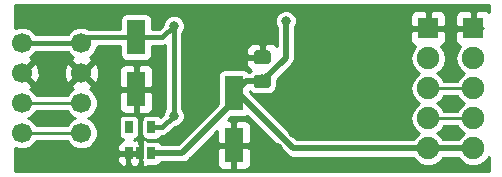
<source format=gbr>
G04 #@! TF.GenerationSoftware,KiCad,Pcbnew,5.0.0-fee4fd1~66~ubuntu18.04.1*
G04 #@! TF.CreationDate,2018-10-20T19:30:02+02:00*
G04 #@! TF.ProjectId,bmp280-sensor-board,626D703238302D73656E736F722D626F,rev?*
G04 #@! TF.SameCoordinates,Original*
G04 #@! TF.FileFunction,Copper,L2,Bot,Signal*
G04 #@! TF.FilePolarity,Positive*
%FSLAX46Y46*%
G04 Gerber Fmt 4.6, Leading zero omitted, Abs format (unit mm)*
G04 Created by KiCad (PCBNEW 5.0.0-fee4fd1~66~ubuntu18.04.1) date Sat Oct 20 19:30:02 2018*
%MOMM*%
%LPD*%
G01*
G04 APERTURE LIST*
G04 #@! TA.AperFunction,SMDPad,CuDef*
%ADD10R,1.600000X3.000000*%
G04 #@! TD*
G04 #@! TA.AperFunction,SMDPad,CuDef*
%ADD11R,0.650000X1.060000*%
G04 #@! TD*
G04 #@! TA.AperFunction,Conductor*
%ADD12C,0.100000*%
G04 #@! TD*
G04 #@! TA.AperFunction,SMDPad,CuDef*
%ADD13C,1.150000*%
G04 #@! TD*
G04 #@! TA.AperFunction,ComponentPad*
%ADD14C,1.700000*%
G04 #@! TD*
G04 #@! TA.AperFunction,ComponentPad*
%ADD15R,1.800000X1.800000*%
G04 #@! TD*
G04 #@! TA.AperFunction,ComponentPad*
%ADD16O,1.900000X1.900000*%
G04 #@! TD*
G04 #@! TA.AperFunction,ViaPad*
%ADD17C,0.800000*%
G04 #@! TD*
G04 #@! TA.AperFunction,Conductor*
%ADD18C,0.500000*%
G04 #@! TD*
G04 #@! TA.AperFunction,Conductor*
%ADD19C,0.250000*%
G04 #@! TD*
G04 #@! TA.AperFunction,Conductor*
%ADD20C,0.400000*%
G04 #@! TD*
G04 #@! TA.AperFunction,Conductor*
%ADD21C,0.254000*%
G04 #@! TD*
G04 APERTURE END LIST*
D10*
G04 #@! TO.P,C1,1*
G04 #@! TO.N,+5V*
X113665000Y-49530000D03*
G04 #@! TO.P,C1,2*
G04 #@! TO.N,GND*
X113665000Y-53930000D03*
G04 #@! TD*
G04 #@! TO.P,C2,1*
G04 #@! TO.N,+3V3*
X105410000Y-44790000D03*
G04 #@! TO.P,C2,2*
G04 #@! TO.N,GND*
X105410000Y-49190000D03*
G04 #@! TD*
D11*
G04 #@! TO.P,U1,1*
G04 #@! TO.N,+5V*
X106680000Y-54610000D03*
G04 #@! TO.P,U1,2*
G04 #@! TO.N,GND*
X105730000Y-54610000D03*
G04 #@! TO.P,U1,3*
X104780000Y-54610000D03*
G04 #@! TO.P,U1,4*
G04 #@! TO.N,Net-(U1-Pad4)*
X104780000Y-52410000D03*
G04 #@! TO.P,U1,5*
G04 #@! TO.N,+3V3*
X106680000Y-52410000D03*
G04 #@! TD*
D12*
G04 #@! TO.N,+5V*
G04 #@! TO.C,C3*
G36*
X116552505Y-47949204D02*
X116576773Y-47952804D01*
X116600572Y-47958765D01*
X116623671Y-47967030D01*
X116645850Y-47977520D01*
X116666893Y-47990132D01*
X116686599Y-48004747D01*
X116704777Y-48021223D01*
X116721253Y-48039401D01*
X116735868Y-48059107D01*
X116748480Y-48080150D01*
X116758970Y-48102329D01*
X116767235Y-48125428D01*
X116773196Y-48149227D01*
X116776796Y-48173495D01*
X116778000Y-48197999D01*
X116778000Y-48848001D01*
X116776796Y-48872505D01*
X116773196Y-48896773D01*
X116767235Y-48920572D01*
X116758970Y-48943671D01*
X116748480Y-48965850D01*
X116735868Y-48986893D01*
X116721253Y-49006599D01*
X116704777Y-49024777D01*
X116686599Y-49041253D01*
X116666893Y-49055868D01*
X116645850Y-49068480D01*
X116623671Y-49078970D01*
X116600572Y-49087235D01*
X116576773Y-49093196D01*
X116552505Y-49096796D01*
X116528001Y-49098000D01*
X115627999Y-49098000D01*
X115603495Y-49096796D01*
X115579227Y-49093196D01*
X115555428Y-49087235D01*
X115532329Y-49078970D01*
X115510150Y-49068480D01*
X115489107Y-49055868D01*
X115469401Y-49041253D01*
X115451223Y-49024777D01*
X115434747Y-49006599D01*
X115420132Y-48986893D01*
X115407520Y-48965850D01*
X115397030Y-48943671D01*
X115388765Y-48920572D01*
X115382804Y-48896773D01*
X115379204Y-48872505D01*
X115378000Y-48848001D01*
X115378000Y-48197999D01*
X115379204Y-48173495D01*
X115382804Y-48149227D01*
X115388765Y-48125428D01*
X115397030Y-48102329D01*
X115407520Y-48080150D01*
X115420132Y-48059107D01*
X115434747Y-48039401D01*
X115451223Y-48021223D01*
X115469401Y-48004747D01*
X115489107Y-47990132D01*
X115510150Y-47977520D01*
X115532329Y-47967030D01*
X115555428Y-47958765D01*
X115579227Y-47952804D01*
X115603495Y-47949204D01*
X115627999Y-47948000D01*
X116528001Y-47948000D01*
X116552505Y-47949204D01*
X116552505Y-47949204D01*
G37*
D13*
G04 #@! TD*
G04 #@! TO.P,C3,1*
G04 #@! TO.N,+5V*
X116078000Y-48523000D03*
D12*
G04 #@! TO.N,GND*
G04 #@! TO.C,C3*
G36*
X116552505Y-45899204D02*
X116576773Y-45902804D01*
X116600572Y-45908765D01*
X116623671Y-45917030D01*
X116645850Y-45927520D01*
X116666893Y-45940132D01*
X116686599Y-45954747D01*
X116704777Y-45971223D01*
X116721253Y-45989401D01*
X116735868Y-46009107D01*
X116748480Y-46030150D01*
X116758970Y-46052329D01*
X116767235Y-46075428D01*
X116773196Y-46099227D01*
X116776796Y-46123495D01*
X116778000Y-46147999D01*
X116778000Y-46798001D01*
X116776796Y-46822505D01*
X116773196Y-46846773D01*
X116767235Y-46870572D01*
X116758970Y-46893671D01*
X116748480Y-46915850D01*
X116735868Y-46936893D01*
X116721253Y-46956599D01*
X116704777Y-46974777D01*
X116686599Y-46991253D01*
X116666893Y-47005868D01*
X116645850Y-47018480D01*
X116623671Y-47028970D01*
X116600572Y-47037235D01*
X116576773Y-47043196D01*
X116552505Y-47046796D01*
X116528001Y-47048000D01*
X115627999Y-47048000D01*
X115603495Y-47046796D01*
X115579227Y-47043196D01*
X115555428Y-47037235D01*
X115532329Y-47028970D01*
X115510150Y-47018480D01*
X115489107Y-47005868D01*
X115469401Y-46991253D01*
X115451223Y-46974777D01*
X115434747Y-46956599D01*
X115420132Y-46936893D01*
X115407520Y-46915850D01*
X115397030Y-46893671D01*
X115388765Y-46870572D01*
X115382804Y-46846773D01*
X115379204Y-46822505D01*
X115378000Y-46798001D01*
X115378000Y-46147999D01*
X115379204Y-46123495D01*
X115382804Y-46099227D01*
X115388765Y-46075428D01*
X115397030Y-46052329D01*
X115407520Y-46030150D01*
X115420132Y-46009107D01*
X115434747Y-45989401D01*
X115451223Y-45971223D01*
X115469401Y-45954747D01*
X115489107Y-45940132D01*
X115510150Y-45927520D01*
X115532329Y-45917030D01*
X115555428Y-45908765D01*
X115579227Y-45902804D01*
X115603495Y-45899204D01*
X115627999Y-45898000D01*
X116528001Y-45898000D01*
X116552505Y-45899204D01*
X116552505Y-45899204D01*
G37*
D13*
G04 #@! TD*
G04 #@! TO.P,C3,2*
G04 #@! TO.N,GND*
X116078000Y-46473000D03*
D14*
G04 #@! TO.P,U2,4*
G04 #@! TO.N,/SDA*
X95737000Y-52915500D03*
G04 #@! TO.P,U2,3*
G04 #@! TO.N,/SCL*
X95737000Y-50375500D03*
G04 #@! TO.P,U2,2*
G04 #@! TO.N,GND*
X95737000Y-47835500D03*
G04 #@! TO.P,U2,1*
G04 #@! TO.N,+3V3*
X95737000Y-45295500D03*
G04 #@! TD*
G04 #@! TO.P,U4,1*
G04 #@! TO.N,+3V3*
X100774500Y-45275500D03*
G04 #@! TO.P,U4,2*
G04 #@! TO.N,GND*
X100774500Y-47815500D03*
G04 #@! TO.P,U4,3*
G04 #@! TO.N,/SCL*
X100774500Y-50355500D03*
G04 #@! TO.P,U4,4*
G04 #@! TO.N,/SDA*
X100774500Y-52895500D03*
G04 #@! TD*
D15*
G04 #@! TO.P,J1,1*
G04 #@! TO.N,GND*
X130130000Y-44040000D03*
D16*
G04 #@! TO.P,J1,2*
G04 #@! TO.N,Net-(J1-Pad2)*
X130130000Y-46580000D03*
G04 #@! TO.P,J1,3*
G04 #@! TO.N,/SCLBUF*
X130130000Y-49120000D03*
G04 #@! TO.P,J1,4*
G04 #@! TO.N,/SDABUF*
X130130000Y-51660000D03*
G04 #@! TO.P,J1,5*
G04 #@! TO.N,+5V*
X130130000Y-54200000D03*
G04 #@! TD*
G04 #@! TO.P,J2,5*
G04 #@! TO.N,+5V*
X133940000Y-54200000D03*
G04 #@! TO.P,J2,4*
G04 #@! TO.N,/SDABUF*
X133940000Y-51660000D03*
G04 #@! TO.P,J2,3*
G04 #@! TO.N,/SCLBUF*
X133940000Y-49120000D03*
G04 #@! TO.P,J2,2*
G04 #@! TO.N,Net-(J2-Pad2)*
X133940000Y-46580000D03*
D15*
G04 #@! TO.P,J2,1*
G04 #@! TO.N,GND*
X133940000Y-44040000D03*
G04 #@! TD*
D17*
G04 #@! TO.N,+5V*
X118065000Y-43405000D03*
G04 #@! TO.N,GND*
X98298000Y-51562000D03*
X117430000Y-54200000D03*
X118700000Y-52930000D03*
X132035000Y-47850000D03*
X132035000Y-50390000D03*
X132035000Y-52930000D03*
X118065000Y-51025000D03*
G04 #@! TO.N,+3V3*
X108585000Y-51435000D03*
X108585000Y-43815000D03*
G04 #@! TD*
D18*
G04 #@! TO.N,+5V*
X107505000Y-54610000D02*
X106680000Y-54610000D01*
X109285000Y-54610000D02*
X107505000Y-54610000D01*
X113665000Y-50230000D02*
X109285000Y-54610000D01*
X113665000Y-49530000D02*
X113665000Y-50230000D01*
X114672000Y-48523000D02*
X113665000Y-49530000D01*
X116078000Y-48523000D02*
X114672000Y-48523000D01*
X114030000Y-49530000D02*
X113665000Y-49530000D01*
X130130000Y-54200000D02*
X118700000Y-54200000D01*
X118700000Y-54200000D02*
X114030000Y-49530000D01*
X133940000Y-54200000D02*
X130130000Y-54200000D01*
X118065000Y-46536000D02*
X116078000Y-48523000D01*
X118065000Y-43405000D02*
X118065000Y-46536000D01*
D19*
G04 #@! TO.N,GND*
X114715000Y-53930000D02*
X114985000Y-54200000D01*
X113665000Y-53930000D02*
X114715000Y-53930000D01*
X114985000Y-54200000D02*
X117430000Y-54200000D01*
X132035000Y-46745998D02*
X132035000Y-47850000D01*
X133940000Y-44040000D02*
X134740998Y-44040000D01*
D20*
G04 #@! TO.N,+3V3*
X106680000Y-52410000D02*
X107610000Y-52410000D01*
X107610000Y-52410000D02*
X108585000Y-51435000D01*
X108585000Y-51435000D02*
X108585000Y-43815000D01*
X107610000Y-44790000D02*
X108585000Y-43815000D01*
X105410000Y-44790000D02*
X107610000Y-44790000D01*
X95757000Y-45275500D02*
X95737000Y-45295500D01*
X100774500Y-45275500D02*
X95757000Y-45275500D01*
X101260000Y-44790000D02*
X100774500Y-45275500D01*
X105410000Y-44790000D02*
X101260000Y-44790000D01*
D19*
G04 #@! TO.N,/SCL*
X95757000Y-50355500D02*
X95737000Y-50375500D01*
X100774500Y-50355500D02*
X95757000Y-50355500D01*
G04 #@! TO.N,/SDA*
X95757000Y-52895500D02*
X95737000Y-52915500D01*
X100774500Y-52895500D02*
X95757000Y-52895500D01*
G04 #@! TO.N,/SDABUF*
X133940000Y-51660000D02*
X130130000Y-51660000D01*
G04 #@! TO.N,/SCLBUF*
X133940000Y-49120000D02*
X130130000Y-49120000D01*
G04 #@! TD*
D21*
G04 #@! TO.N,GND*
G36*
X135243000Y-42644975D02*
X135199698Y-42601673D01*
X134966309Y-42505000D01*
X134225750Y-42505000D01*
X134067000Y-42663750D01*
X134067000Y-43913000D01*
X134087000Y-43913000D01*
X134087000Y-44167000D01*
X134067000Y-44167000D01*
X134067000Y-44187000D01*
X133813000Y-44187000D01*
X133813000Y-44167000D01*
X132563750Y-44167000D01*
X132405000Y-44325750D01*
X132405000Y-45066310D01*
X132501673Y-45299699D01*
X132680302Y-45478327D01*
X132852173Y-45549518D01*
X132548697Y-46003703D01*
X132434064Y-46580000D01*
X132548697Y-47156297D01*
X132875142Y-47644858D01*
X133182160Y-47850000D01*
X132875142Y-48055142D01*
X132599280Y-48468000D01*
X131470720Y-48468000D01*
X131194858Y-48055142D01*
X130887840Y-47850000D01*
X131194858Y-47644858D01*
X131521303Y-47156297D01*
X131635936Y-46580000D01*
X131521303Y-46003703D01*
X131217827Y-45549518D01*
X131389698Y-45478327D01*
X131568327Y-45299699D01*
X131665000Y-45066310D01*
X131665000Y-44325750D01*
X131506250Y-44167000D01*
X130257000Y-44167000D01*
X130257000Y-44187000D01*
X130003000Y-44187000D01*
X130003000Y-44167000D01*
X128753750Y-44167000D01*
X128595000Y-44325750D01*
X128595000Y-45066310D01*
X128691673Y-45299699D01*
X128870302Y-45478327D01*
X129042173Y-45549518D01*
X128738697Y-46003703D01*
X128624064Y-46580000D01*
X128738697Y-47156297D01*
X129065142Y-47644858D01*
X129372160Y-47850000D01*
X129065142Y-48055142D01*
X128738697Y-48543703D01*
X128624064Y-49120000D01*
X128738697Y-49696297D01*
X129065142Y-50184858D01*
X129372160Y-50390000D01*
X129065142Y-50595142D01*
X128738697Y-51083703D01*
X128624064Y-51660000D01*
X128738697Y-52236297D01*
X129065142Y-52724858D01*
X129372160Y-52930000D01*
X129065142Y-53135142D01*
X128872802Y-53423000D01*
X119021844Y-53423000D01*
X115002324Y-49403481D01*
X115002324Y-49301526D01*
X115071278Y-49404722D01*
X115326704Y-49575393D01*
X115627999Y-49635324D01*
X116528001Y-49635324D01*
X116829296Y-49575393D01*
X117084722Y-49404722D01*
X117255393Y-49149296D01*
X117315324Y-48848001D01*
X117315324Y-48384519D01*
X118560308Y-47139536D01*
X118625186Y-47096186D01*
X118796918Y-46839170D01*
X118842000Y-46612526D01*
X118857222Y-46536001D01*
X118842000Y-46459476D01*
X118842000Y-43938976D01*
X118850873Y-43930103D01*
X118992000Y-43589392D01*
X118992000Y-43220608D01*
X118906292Y-43013690D01*
X128595000Y-43013690D01*
X128595000Y-43754250D01*
X128753750Y-43913000D01*
X130003000Y-43913000D01*
X130003000Y-42663750D01*
X130257000Y-42663750D01*
X130257000Y-43913000D01*
X131506250Y-43913000D01*
X131665000Y-43754250D01*
X131665000Y-43013690D01*
X132405000Y-43013690D01*
X132405000Y-43754250D01*
X132563750Y-43913000D01*
X133813000Y-43913000D01*
X133813000Y-42663750D01*
X133654250Y-42505000D01*
X132913691Y-42505000D01*
X132680302Y-42601673D01*
X132501673Y-42780301D01*
X132405000Y-43013690D01*
X131665000Y-43013690D01*
X131568327Y-42780301D01*
X131389698Y-42601673D01*
X131156309Y-42505000D01*
X130415750Y-42505000D01*
X130257000Y-42663750D01*
X130003000Y-42663750D01*
X129844250Y-42505000D01*
X129103691Y-42505000D01*
X128870302Y-42601673D01*
X128691673Y-42780301D01*
X128595000Y-43013690D01*
X118906292Y-43013690D01*
X118850873Y-42879897D01*
X118590103Y-42619127D01*
X118249392Y-42478000D01*
X117880608Y-42478000D01*
X117539897Y-42619127D01*
X117279127Y-42879897D01*
X117138000Y-43220608D01*
X117138000Y-43589392D01*
X117279127Y-43930103D01*
X117288000Y-43938976D01*
X117288001Y-45509976D01*
X117137699Y-45359673D01*
X116904310Y-45263000D01*
X116363750Y-45263000D01*
X116205000Y-45421750D01*
X116205000Y-46346000D01*
X116225000Y-46346000D01*
X116225000Y-46600000D01*
X116205000Y-46600000D01*
X116205000Y-46620000D01*
X115951000Y-46620000D01*
X115951000Y-46600000D01*
X114901750Y-46600000D01*
X114743000Y-46758750D01*
X114743000Y-47174309D01*
X114839673Y-47407698D01*
X115018301Y-47586327D01*
X115101773Y-47620902D01*
X115071278Y-47641278D01*
X115001305Y-47746000D01*
X114909054Y-47746000D01*
X114844945Y-47650055D01*
X114670625Y-47533577D01*
X114465000Y-47492676D01*
X112865000Y-47492676D01*
X112659375Y-47533577D01*
X112485055Y-47650055D01*
X112368577Y-47824375D01*
X112327676Y-48030000D01*
X112327676Y-50468480D01*
X108963157Y-53833000D01*
X107473777Y-53833000D01*
X107384945Y-53700055D01*
X107210625Y-53583577D01*
X107005000Y-53542676D01*
X106415702Y-53542676D01*
X106414699Y-53541673D01*
X106181310Y-53445000D01*
X106015750Y-53445000D01*
X105857000Y-53603750D01*
X105857000Y-53882303D01*
X105817676Y-54080000D01*
X105817676Y-55140000D01*
X105857000Y-55337697D01*
X105857000Y-55616250D01*
X106015750Y-55775000D01*
X106181310Y-55775000D01*
X106414699Y-55678327D01*
X106415702Y-55677324D01*
X107005000Y-55677324D01*
X107210625Y-55636423D01*
X107384945Y-55519945D01*
X107473777Y-55387000D01*
X109208475Y-55387000D01*
X109285000Y-55402222D01*
X109361525Y-55387000D01*
X109361526Y-55387000D01*
X109588170Y-55341918D01*
X109845186Y-55170186D01*
X109888538Y-55105305D01*
X110778093Y-54215750D01*
X112230000Y-54215750D01*
X112230000Y-55556309D01*
X112326673Y-55789698D01*
X112505301Y-55968327D01*
X112738690Y-56065000D01*
X113379250Y-56065000D01*
X113538000Y-55906250D01*
X113538000Y-54057000D01*
X113792000Y-54057000D01*
X113792000Y-55906250D01*
X113950750Y-56065000D01*
X114591310Y-56065000D01*
X114824699Y-55968327D01*
X115003327Y-55789698D01*
X115100000Y-55556309D01*
X115100000Y-54215750D01*
X114941250Y-54057000D01*
X113792000Y-54057000D01*
X113538000Y-54057000D01*
X112388750Y-54057000D01*
X112230000Y-54215750D01*
X110778093Y-54215750D01*
X112230000Y-52763844D01*
X112230000Y-53644250D01*
X112388750Y-53803000D01*
X113538000Y-53803000D01*
X113538000Y-51953750D01*
X113792000Y-51953750D01*
X113792000Y-53803000D01*
X114941250Y-53803000D01*
X115100000Y-53644250D01*
X115100000Y-52303691D01*
X115003327Y-52070302D01*
X114824699Y-51891673D01*
X114591310Y-51795000D01*
X113950750Y-51795000D01*
X113792000Y-51953750D01*
X113538000Y-51953750D01*
X113379250Y-51795000D01*
X113198844Y-51795000D01*
X113426520Y-51567324D01*
X114465000Y-51567324D01*
X114670625Y-51526423D01*
X114824658Y-51423501D01*
X118096464Y-54695308D01*
X118139814Y-54760186D01*
X118396830Y-54931918D01*
X118623474Y-54977000D01*
X118699999Y-54992222D01*
X118776524Y-54977000D01*
X128872802Y-54977000D01*
X129065142Y-55264858D01*
X129553703Y-55591303D01*
X129984529Y-55677000D01*
X130275471Y-55677000D01*
X130706297Y-55591303D01*
X131194858Y-55264858D01*
X131387198Y-54977000D01*
X132682802Y-54977000D01*
X132875142Y-55264858D01*
X133363703Y-55591303D01*
X133794529Y-55677000D01*
X134085471Y-55677000D01*
X134516297Y-55591303D01*
X135004858Y-55264858D01*
X135243001Y-54908451D01*
X135243001Y-56138000D01*
X95172000Y-56138000D01*
X95172000Y-54895750D01*
X103820000Y-54895750D01*
X103820000Y-55266309D01*
X103916673Y-55499698D01*
X104095301Y-55678327D01*
X104328690Y-55775000D01*
X104494250Y-55775000D01*
X104653000Y-55616250D01*
X104653000Y-54895750D01*
X104770000Y-54895750D01*
X104770000Y-55266309D01*
X104866673Y-55499698D01*
X104907000Y-55540025D01*
X104907000Y-55616250D01*
X105065750Y-55775000D01*
X105231310Y-55775000D01*
X105255000Y-55765187D01*
X105278690Y-55775000D01*
X105444250Y-55775000D01*
X105603000Y-55616250D01*
X105603000Y-55540025D01*
X105643327Y-55499698D01*
X105740000Y-55266309D01*
X105740000Y-54895750D01*
X105603000Y-54758750D01*
X105603000Y-54737000D01*
X104907000Y-54737000D01*
X104907000Y-54758750D01*
X104770000Y-54895750D01*
X104653000Y-54895750D01*
X104653000Y-54737000D01*
X103978750Y-54737000D01*
X103820000Y-54895750D01*
X95172000Y-54895750D01*
X95172000Y-54171923D01*
X95463098Y-54292500D01*
X96010902Y-54292500D01*
X96517008Y-54082864D01*
X96904364Y-53695508D01*
X96965671Y-53547500D01*
X99554113Y-53547500D01*
X99607136Y-53675508D01*
X99994492Y-54062864D01*
X100500598Y-54272500D01*
X101048402Y-54272500D01*
X101554508Y-54062864D01*
X101663681Y-53953691D01*
X103820000Y-53953691D01*
X103820000Y-54324250D01*
X103978750Y-54483000D01*
X104653000Y-54483000D01*
X104653000Y-54463000D01*
X104907000Y-54463000D01*
X104907000Y-54483000D01*
X105603000Y-54483000D01*
X105603000Y-54461250D01*
X105740000Y-54324250D01*
X105740000Y-53953691D01*
X105643327Y-53720302D01*
X105603000Y-53679975D01*
X105603000Y-53603750D01*
X105444250Y-53445000D01*
X105278690Y-53445000D01*
X105255000Y-53454813D01*
X105243052Y-53449864D01*
X105310625Y-53436423D01*
X105484945Y-53319945D01*
X105601423Y-53145625D01*
X105642324Y-52940000D01*
X105642324Y-51880000D01*
X105601423Y-51674375D01*
X105484945Y-51500055D01*
X105310625Y-51383577D01*
X105105000Y-51342676D01*
X104455000Y-51342676D01*
X104249375Y-51383577D01*
X104075055Y-51500055D01*
X103958577Y-51674375D01*
X103917676Y-51880000D01*
X103917676Y-52940000D01*
X103958577Y-53145625D01*
X104075055Y-53319945D01*
X104249375Y-53436423D01*
X104316948Y-53449864D01*
X104095301Y-53541673D01*
X103916673Y-53720302D01*
X103820000Y-53953691D01*
X101663681Y-53953691D01*
X101941864Y-53675508D01*
X102151500Y-53169402D01*
X102151500Y-52621598D01*
X101941864Y-52115492D01*
X101554508Y-51728136D01*
X101306723Y-51625500D01*
X101554508Y-51522864D01*
X101941864Y-51135508D01*
X102151500Y-50629402D01*
X102151500Y-50081598D01*
X101941864Y-49575492D01*
X101842122Y-49475750D01*
X103975000Y-49475750D01*
X103975000Y-50816309D01*
X104071673Y-51049698D01*
X104250301Y-51228327D01*
X104483690Y-51325000D01*
X105124250Y-51325000D01*
X105283000Y-51166250D01*
X105283000Y-49317000D01*
X105537000Y-49317000D01*
X105537000Y-51166250D01*
X105695750Y-51325000D01*
X106336310Y-51325000D01*
X106569699Y-51228327D01*
X106748327Y-51049698D01*
X106845000Y-50816309D01*
X106845000Y-49475750D01*
X106686250Y-49317000D01*
X105537000Y-49317000D01*
X105283000Y-49317000D01*
X104133750Y-49317000D01*
X103975000Y-49475750D01*
X101842122Y-49475750D01*
X101554508Y-49188136D01*
X101463142Y-49150291D01*
X101558580Y-49110759D01*
X101638853Y-48859458D01*
X100774500Y-47995105D01*
X99910147Y-48859458D01*
X99990420Y-49110759D01*
X100092179Y-49147673D01*
X99994492Y-49188136D01*
X99607136Y-49575492D01*
X99554113Y-49703500D01*
X96949102Y-49703500D01*
X96904364Y-49595492D01*
X96517008Y-49208136D01*
X96425642Y-49170291D01*
X96521080Y-49130759D01*
X96601353Y-48879458D01*
X95737000Y-48015105D01*
X95722858Y-48029248D01*
X95543253Y-47849643D01*
X95557395Y-47835500D01*
X95916605Y-47835500D01*
X96780958Y-48699853D01*
X97032259Y-48619580D01*
X97233718Y-48064221D01*
X97212359Y-47586779D01*
X99277782Y-47586779D01*
X99304185Y-48176958D01*
X99479241Y-48599580D01*
X99730542Y-48679853D01*
X100594895Y-47815500D01*
X100954105Y-47815500D01*
X101818458Y-48679853D01*
X102069759Y-48599580D01*
X102271218Y-48044221D01*
X102249721Y-47563691D01*
X103975000Y-47563691D01*
X103975000Y-48904250D01*
X104133750Y-49063000D01*
X105283000Y-49063000D01*
X105283000Y-47213750D01*
X105537000Y-47213750D01*
X105537000Y-49063000D01*
X106686250Y-49063000D01*
X106845000Y-48904250D01*
X106845000Y-47563691D01*
X106748327Y-47330302D01*
X106569699Y-47151673D01*
X106336310Y-47055000D01*
X105695750Y-47055000D01*
X105537000Y-47213750D01*
X105283000Y-47213750D01*
X105124250Y-47055000D01*
X104483690Y-47055000D01*
X104250301Y-47151673D01*
X104071673Y-47330302D01*
X103975000Y-47563691D01*
X102249721Y-47563691D01*
X102244815Y-47454042D01*
X102069759Y-47031420D01*
X101818458Y-46951147D01*
X100954105Y-47815500D01*
X100594895Y-47815500D01*
X99730542Y-46951147D01*
X99479241Y-47031420D01*
X99277782Y-47586779D01*
X97212359Y-47586779D01*
X97207315Y-47474042D01*
X97032259Y-47051420D01*
X96780958Y-46971147D01*
X95916605Y-47835500D01*
X95557395Y-47835500D01*
X95543253Y-47821358D01*
X95722858Y-47641753D01*
X95737000Y-47655895D01*
X96601353Y-46791542D01*
X96521080Y-46540241D01*
X96419321Y-46503327D01*
X96517008Y-46462864D01*
X96904364Y-46075508D01*
X96934605Y-46002500D01*
X99585179Y-46002500D01*
X99607136Y-46055508D01*
X99994492Y-46442864D01*
X100085858Y-46480709D01*
X99990420Y-46520241D01*
X99910147Y-46771542D01*
X100774500Y-47635895D01*
X101638853Y-46771542D01*
X101558580Y-46520241D01*
X101456821Y-46483327D01*
X101554508Y-46442864D01*
X101941864Y-46055508D01*
X102151500Y-45549402D01*
X102151500Y-45517000D01*
X104072676Y-45517000D01*
X104072676Y-46290000D01*
X104113577Y-46495625D01*
X104230055Y-46669945D01*
X104404375Y-46786423D01*
X104610000Y-46827324D01*
X106210000Y-46827324D01*
X106415625Y-46786423D01*
X106589945Y-46669945D01*
X106706423Y-46495625D01*
X106747324Y-46290000D01*
X106747324Y-45517000D01*
X107538405Y-45517000D01*
X107610000Y-45531241D01*
X107681595Y-45517000D01*
X107681599Y-45517000D01*
X107858001Y-45481911D01*
X107858000Y-50851024D01*
X107799127Y-50909897D01*
X107658000Y-51250608D01*
X107658000Y-51333867D01*
X107427750Y-51564117D01*
X107384945Y-51500055D01*
X107210625Y-51383577D01*
X107005000Y-51342676D01*
X106355000Y-51342676D01*
X106149375Y-51383577D01*
X105975055Y-51500055D01*
X105858577Y-51674375D01*
X105817676Y-51880000D01*
X105817676Y-52940000D01*
X105858577Y-53145625D01*
X105975055Y-53319945D01*
X106149375Y-53436423D01*
X106355000Y-53477324D01*
X107005000Y-53477324D01*
X107210625Y-53436423D01*
X107384945Y-53319945D01*
X107501423Y-53145625D01*
X107503139Y-53137000D01*
X107538405Y-53137000D01*
X107610000Y-53151241D01*
X107681595Y-53137000D01*
X107681599Y-53137000D01*
X107893661Y-53094818D01*
X108134137Y-52934137D01*
X108174696Y-52873436D01*
X108686133Y-52362000D01*
X108769392Y-52362000D01*
X109110103Y-52220873D01*
X109370873Y-51960103D01*
X109512000Y-51619392D01*
X109512000Y-51250608D01*
X109370873Y-50909897D01*
X109312000Y-50851024D01*
X109312000Y-45771691D01*
X114743000Y-45771691D01*
X114743000Y-46187250D01*
X114901750Y-46346000D01*
X115951000Y-46346000D01*
X115951000Y-45421750D01*
X115792250Y-45263000D01*
X115251690Y-45263000D01*
X115018301Y-45359673D01*
X114839673Y-45538302D01*
X114743000Y-45771691D01*
X109312000Y-45771691D01*
X109312000Y-44398976D01*
X109370873Y-44340103D01*
X109512000Y-43999392D01*
X109512000Y-43630608D01*
X109370873Y-43289897D01*
X109110103Y-43029127D01*
X108769392Y-42888000D01*
X108400608Y-42888000D01*
X108059897Y-43029127D01*
X107799127Y-43289897D01*
X107658000Y-43630608D01*
X107658000Y-43713867D01*
X107308868Y-44063000D01*
X106747324Y-44063000D01*
X106747324Y-43290000D01*
X106706423Y-43084375D01*
X106589945Y-42910055D01*
X106415625Y-42793577D01*
X106210000Y-42752676D01*
X104610000Y-42752676D01*
X104404375Y-42793577D01*
X104230055Y-42910055D01*
X104113577Y-43084375D01*
X104072676Y-43290000D01*
X104072676Y-44063000D01*
X101445540Y-44063000D01*
X101048402Y-43898500D01*
X100500598Y-43898500D01*
X99994492Y-44108136D01*
X99607136Y-44495492D01*
X99585179Y-44548500D01*
X96918036Y-44548500D01*
X96904364Y-44515492D01*
X96517008Y-44128136D01*
X96010902Y-43918500D01*
X95463098Y-43918500D01*
X95172000Y-44039077D01*
X95172000Y-42102000D01*
X135243000Y-42102000D01*
X135243000Y-42644975D01*
X135243000Y-42644975D01*
G37*
X135243000Y-42644975D02*
X135199698Y-42601673D01*
X134966309Y-42505000D01*
X134225750Y-42505000D01*
X134067000Y-42663750D01*
X134067000Y-43913000D01*
X134087000Y-43913000D01*
X134087000Y-44167000D01*
X134067000Y-44167000D01*
X134067000Y-44187000D01*
X133813000Y-44187000D01*
X133813000Y-44167000D01*
X132563750Y-44167000D01*
X132405000Y-44325750D01*
X132405000Y-45066310D01*
X132501673Y-45299699D01*
X132680302Y-45478327D01*
X132852173Y-45549518D01*
X132548697Y-46003703D01*
X132434064Y-46580000D01*
X132548697Y-47156297D01*
X132875142Y-47644858D01*
X133182160Y-47850000D01*
X132875142Y-48055142D01*
X132599280Y-48468000D01*
X131470720Y-48468000D01*
X131194858Y-48055142D01*
X130887840Y-47850000D01*
X131194858Y-47644858D01*
X131521303Y-47156297D01*
X131635936Y-46580000D01*
X131521303Y-46003703D01*
X131217827Y-45549518D01*
X131389698Y-45478327D01*
X131568327Y-45299699D01*
X131665000Y-45066310D01*
X131665000Y-44325750D01*
X131506250Y-44167000D01*
X130257000Y-44167000D01*
X130257000Y-44187000D01*
X130003000Y-44187000D01*
X130003000Y-44167000D01*
X128753750Y-44167000D01*
X128595000Y-44325750D01*
X128595000Y-45066310D01*
X128691673Y-45299699D01*
X128870302Y-45478327D01*
X129042173Y-45549518D01*
X128738697Y-46003703D01*
X128624064Y-46580000D01*
X128738697Y-47156297D01*
X129065142Y-47644858D01*
X129372160Y-47850000D01*
X129065142Y-48055142D01*
X128738697Y-48543703D01*
X128624064Y-49120000D01*
X128738697Y-49696297D01*
X129065142Y-50184858D01*
X129372160Y-50390000D01*
X129065142Y-50595142D01*
X128738697Y-51083703D01*
X128624064Y-51660000D01*
X128738697Y-52236297D01*
X129065142Y-52724858D01*
X129372160Y-52930000D01*
X129065142Y-53135142D01*
X128872802Y-53423000D01*
X119021844Y-53423000D01*
X115002324Y-49403481D01*
X115002324Y-49301526D01*
X115071278Y-49404722D01*
X115326704Y-49575393D01*
X115627999Y-49635324D01*
X116528001Y-49635324D01*
X116829296Y-49575393D01*
X117084722Y-49404722D01*
X117255393Y-49149296D01*
X117315324Y-48848001D01*
X117315324Y-48384519D01*
X118560308Y-47139536D01*
X118625186Y-47096186D01*
X118796918Y-46839170D01*
X118842000Y-46612526D01*
X118857222Y-46536001D01*
X118842000Y-46459476D01*
X118842000Y-43938976D01*
X118850873Y-43930103D01*
X118992000Y-43589392D01*
X118992000Y-43220608D01*
X118906292Y-43013690D01*
X128595000Y-43013690D01*
X128595000Y-43754250D01*
X128753750Y-43913000D01*
X130003000Y-43913000D01*
X130003000Y-42663750D01*
X130257000Y-42663750D01*
X130257000Y-43913000D01*
X131506250Y-43913000D01*
X131665000Y-43754250D01*
X131665000Y-43013690D01*
X132405000Y-43013690D01*
X132405000Y-43754250D01*
X132563750Y-43913000D01*
X133813000Y-43913000D01*
X133813000Y-42663750D01*
X133654250Y-42505000D01*
X132913691Y-42505000D01*
X132680302Y-42601673D01*
X132501673Y-42780301D01*
X132405000Y-43013690D01*
X131665000Y-43013690D01*
X131568327Y-42780301D01*
X131389698Y-42601673D01*
X131156309Y-42505000D01*
X130415750Y-42505000D01*
X130257000Y-42663750D01*
X130003000Y-42663750D01*
X129844250Y-42505000D01*
X129103691Y-42505000D01*
X128870302Y-42601673D01*
X128691673Y-42780301D01*
X128595000Y-43013690D01*
X118906292Y-43013690D01*
X118850873Y-42879897D01*
X118590103Y-42619127D01*
X118249392Y-42478000D01*
X117880608Y-42478000D01*
X117539897Y-42619127D01*
X117279127Y-42879897D01*
X117138000Y-43220608D01*
X117138000Y-43589392D01*
X117279127Y-43930103D01*
X117288000Y-43938976D01*
X117288001Y-45509976D01*
X117137699Y-45359673D01*
X116904310Y-45263000D01*
X116363750Y-45263000D01*
X116205000Y-45421750D01*
X116205000Y-46346000D01*
X116225000Y-46346000D01*
X116225000Y-46600000D01*
X116205000Y-46600000D01*
X116205000Y-46620000D01*
X115951000Y-46620000D01*
X115951000Y-46600000D01*
X114901750Y-46600000D01*
X114743000Y-46758750D01*
X114743000Y-47174309D01*
X114839673Y-47407698D01*
X115018301Y-47586327D01*
X115101773Y-47620902D01*
X115071278Y-47641278D01*
X115001305Y-47746000D01*
X114909054Y-47746000D01*
X114844945Y-47650055D01*
X114670625Y-47533577D01*
X114465000Y-47492676D01*
X112865000Y-47492676D01*
X112659375Y-47533577D01*
X112485055Y-47650055D01*
X112368577Y-47824375D01*
X112327676Y-48030000D01*
X112327676Y-50468480D01*
X108963157Y-53833000D01*
X107473777Y-53833000D01*
X107384945Y-53700055D01*
X107210625Y-53583577D01*
X107005000Y-53542676D01*
X106415702Y-53542676D01*
X106414699Y-53541673D01*
X106181310Y-53445000D01*
X106015750Y-53445000D01*
X105857000Y-53603750D01*
X105857000Y-53882303D01*
X105817676Y-54080000D01*
X105817676Y-55140000D01*
X105857000Y-55337697D01*
X105857000Y-55616250D01*
X106015750Y-55775000D01*
X106181310Y-55775000D01*
X106414699Y-55678327D01*
X106415702Y-55677324D01*
X107005000Y-55677324D01*
X107210625Y-55636423D01*
X107384945Y-55519945D01*
X107473777Y-55387000D01*
X109208475Y-55387000D01*
X109285000Y-55402222D01*
X109361525Y-55387000D01*
X109361526Y-55387000D01*
X109588170Y-55341918D01*
X109845186Y-55170186D01*
X109888538Y-55105305D01*
X110778093Y-54215750D01*
X112230000Y-54215750D01*
X112230000Y-55556309D01*
X112326673Y-55789698D01*
X112505301Y-55968327D01*
X112738690Y-56065000D01*
X113379250Y-56065000D01*
X113538000Y-55906250D01*
X113538000Y-54057000D01*
X113792000Y-54057000D01*
X113792000Y-55906250D01*
X113950750Y-56065000D01*
X114591310Y-56065000D01*
X114824699Y-55968327D01*
X115003327Y-55789698D01*
X115100000Y-55556309D01*
X115100000Y-54215750D01*
X114941250Y-54057000D01*
X113792000Y-54057000D01*
X113538000Y-54057000D01*
X112388750Y-54057000D01*
X112230000Y-54215750D01*
X110778093Y-54215750D01*
X112230000Y-52763844D01*
X112230000Y-53644250D01*
X112388750Y-53803000D01*
X113538000Y-53803000D01*
X113538000Y-51953750D01*
X113792000Y-51953750D01*
X113792000Y-53803000D01*
X114941250Y-53803000D01*
X115100000Y-53644250D01*
X115100000Y-52303691D01*
X115003327Y-52070302D01*
X114824699Y-51891673D01*
X114591310Y-51795000D01*
X113950750Y-51795000D01*
X113792000Y-51953750D01*
X113538000Y-51953750D01*
X113379250Y-51795000D01*
X113198844Y-51795000D01*
X113426520Y-51567324D01*
X114465000Y-51567324D01*
X114670625Y-51526423D01*
X114824658Y-51423501D01*
X118096464Y-54695308D01*
X118139814Y-54760186D01*
X118396830Y-54931918D01*
X118623474Y-54977000D01*
X118699999Y-54992222D01*
X118776524Y-54977000D01*
X128872802Y-54977000D01*
X129065142Y-55264858D01*
X129553703Y-55591303D01*
X129984529Y-55677000D01*
X130275471Y-55677000D01*
X130706297Y-55591303D01*
X131194858Y-55264858D01*
X131387198Y-54977000D01*
X132682802Y-54977000D01*
X132875142Y-55264858D01*
X133363703Y-55591303D01*
X133794529Y-55677000D01*
X134085471Y-55677000D01*
X134516297Y-55591303D01*
X135004858Y-55264858D01*
X135243001Y-54908451D01*
X135243001Y-56138000D01*
X95172000Y-56138000D01*
X95172000Y-54895750D01*
X103820000Y-54895750D01*
X103820000Y-55266309D01*
X103916673Y-55499698D01*
X104095301Y-55678327D01*
X104328690Y-55775000D01*
X104494250Y-55775000D01*
X104653000Y-55616250D01*
X104653000Y-54895750D01*
X104770000Y-54895750D01*
X104770000Y-55266309D01*
X104866673Y-55499698D01*
X104907000Y-55540025D01*
X104907000Y-55616250D01*
X105065750Y-55775000D01*
X105231310Y-55775000D01*
X105255000Y-55765187D01*
X105278690Y-55775000D01*
X105444250Y-55775000D01*
X105603000Y-55616250D01*
X105603000Y-55540025D01*
X105643327Y-55499698D01*
X105740000Y-55266309D01*
X105740000Y-54895750D01*
X105603000Y-54758750D01*
X105603000Y-54737000D01*
X104907000Y-54737000D01*
X104907000Y-54758750D01*
X104770000Y-54895750D01*
X104653000Y-54895750D01*
X104653000Y-54737000D01*
X103978750Y-54737000D01*
X103820000Y-54895750D01*
X95172000Y-54895750D01*
X95172000Y-54171923D01*
X95463098Y-54292500D01*
X96010902Y-54292500D01*
X96517008Y-54082864D01*
X96904364Y-53695508D01*
X96965671Y-53547500D01*
X99554113Y-53547500D01*
X99607136Y-53675508D01*
X99994492Y-54062864D01*
X100500598Y-54272500D01*
X101048402Y-54272500D01*
X101554508Y-54062864D01*
X101663681Y-53953691D01*
X103820000Y-53953691D01*
X103820000Y-54324250D01*
X103978750Y-54483000D01*
X104653000Y-54483000D01*
X104653000Y-54463000D01*
X104907000Y-54463000D01*
X104907000Y-54483000D01*
X105603000Y-54483000D01*
X105603000Y-54461250D01*
X105740000Y-54324250D01*
X105740000Y-53953691D01*
X105643327Y-53720302D01*
X105603000Y-53679975D01*
X105603000Y-53603750D01*
X105444250Y-53445000D01*
X105278690Y-53445000D01*
X105255000Y-53454813D01*
X105243052Y-53449864D01*
X105310625Y-53436423D01*
X105484945Y-53319945D01*
X105601423Y-53145625D01*
X105642324Y-52940000D01*
X105642324Y-51880000D01*
X105601423Y-51674375D01*
X105484945Y-51500055D01*
X105310625Y-51383577D01*
X105105000Y-51342676D01*
X104455000Y-51342676D01*
X104249375Y-51383577D01*
X104075055Y-51500055D01*
X103958577Y-51674375D01*
X103917676Y-51880000D01*
X103917676Y-52940000D01*
X103958577Y-53145625D01*
X104075055Y-53319945D01*
X104249375Y-53436423D01*
X104316948Y-53449864D01*
X104095301Y-53541673D01*
X103916673Y-53720302D01*
X103820000Y-53953691D01*
X101663681Y-53953691D01*
X101941864Y-53675508D01*
X102151500Y-53169402D01*
X102151500Y-52621598D01*
X101941864Y-52115492D01*
X101554508Y-51728136D01*
X101306723Y-51625500D01*
X101554508Y-51522864D01*
X101941864Y-51135508D01*
X102151500Y-50629402D01*
X102151500Y-50081598D01*
X101941864Y-49575492D01*
X101842122Y-49475750D01*
X103975000Y-49475750D01*
X103975000Y-50816309D01*
X104071673Y-51049698D01*
X104250301Y-51228327D01*
X104483690Y-51325000D01*
X105124250Y-51325000D01*
X105283000Y-51166250D01*
X105283000Y-49317000D01*
X105537000Y-49317000D01*
X105537000Y-51166250D01*
X105695750Y-51325000D01*
X106336310Y-51325000D01*
X106569699Y-51228327D01*
X106748327Y-51049698D01*
X106845000Y-50816309D01*
X106845000Y-49475750D01*
X106686250Y-49317000D01*
X105537000Y-49317000D01*
X105283000Y-49317000D01*
X104133750Y-49317000D01*
X103975000Y-49475750D01*
X101842122Y-49475750D01*
X101554508Y-49188136D01*
X101463142Y-49150291D01*
X101558580Y-49110759D01*
X101638853Y-48859458D01*
X100774500Y-47995105D01*
X99910147Y-48859458D01*
X99990420Y-49110759D01*
X100092179Y-49147673D01*
X99994492Y-49188136D01*
X99607136Y-49575492D01*
X99554113Y-49703500D01*
X96949102Y-49703500D01*
X96904364Y-49595492D01*
X96517008Y-49208136D01*
X96425642Y-49170291D01*
X96521080Y-49130759D01*
X96601353Y-48879458D01*
X95737000Y-48015105D01*
X95722858Y-48029248D01*
X95543253Y-47849643D01*
X95557395Y-47835500D01*
X95916605Y-47835500D01*
X96780958Y-48699853D01*
X97032259Y-48619580D01*
X97233718Y-48064221D01*
X97212359Y-47586779D01*
X99277782Y-47586779D01*
X99304185Y-48176958D01*
X99479241Y-48599580D01*
X99730542Y-48679853D01*
X100594895Y-47815500D01*
X100954105Y-47815500D01*
X101818458Y-48679853D01*
X102069759Y-48599580D01*
X102271218Y-48044221D01*
X102249721Y-47563691D01*
X103975000Y-47563691D01*
X103975000Y-48904250D01*
X104133750Y-49063000D01*
X105283000Y-49063000D01*
X105283000Y-47213750D01*
X105537000Y-47213750D01*
X105537000Y-49063000D01*
X106686250Y-49063000D01*
X106845000Y-48904250D01*
X106845000Y-47563691D01*
X106748327Y-47330302D01*
X106569699Y-47151673D01*
X106336310Y-47055000D01*
X105695750Y-47055000D01*
X105537000Y-47213750D01*
X105283000Y-47213750D01*
X105124250Y-47055000D01*
X104483690Y-47055000D01*
X104250301Y-47151673D01*
X104071673Y-47330302D01*
X103975000Y-47563691D01*
X102249721Y-47563691D01*
X102244815Y-47454042D01*
X102069759Y-47031420D01*
X101818458Y-46951147D01*
X100954105Y-47815500D01*
X100594895Y-47815500D01*
X99730542Y-46951147D01*
X99479241Y-47031420D01*
X99277782Y-47586779D01*
X97212359Y-47586779D01*
X97207315Y-47474042D01*
X97032259Y-47051420D01*
X96780958Y-46971147D01*
X95916605Y-47835500D01*
X95557395Y-47835500D01*
X95543253Y-47821358D01*
X95722858Y-47641753D01*
X95737000Y-47655895D01*
X96601353Y-46791542D01*
X96521080Y-46540241D01*
X96419321Y-46503327D01*
X96517008Y-46462864D01*
X96904364Y-46075508D01*
X96934605Y-46002500D01*
X99585179Y-46002500D01*
X99607136Y-46055508D01*
X99994492Y-46442864D01*
X100085858Y-46480709D01*
X99990420Y-46520241D01*
X99910147Y-46771542D01*
X100774500Y-47635895D01*
X101638853Y-46771542D01*
X101558580Y-46520241D01*
X101456821Y-46483327D01*
X101554508Y-46442864D01*
X101941864Y-46055508D01*
X102151500Y-45549402D01*
X102151500Y-45517000D01*
X104072676Y-45517000D01*
X104072676Y-46290000D01*
X104113577Y-46495625D01*
X104230055Y-46669945D01*
X104404375Y-46786423D01*
X104610000Y-46827324D01*
X106210000Y-46827324D01*
X106415625Y-46786423D01*
X106589945Y-46669945D01*
X106706423Y-46495625D01*
X106747324Y-46290000D01*
X106747324Y-45517000D01*
X107538405Y-45517000D01*
X107610000Y-45531241D01*
X107681595Y-45517000D01*
X107681599Y-45517000D01*
X107858001Y-45481911D01*
X107858000Y-50851024D01*
X107799127Y-50909897D01*
X107658000Y-51250608D01*
X107658000Y-51333867D01*
X107427750Y-51564117D01*
X107384945Y-51500055D01*
X107210625Y-51383577D01*
X107005000Y-51342676D01*
X106355000Y-51342676D01*
X106149375Y-51383577D01*
X105975055Y-51500055D01*
X105858577Y-51674375D01*
X105817676Y-51880000D01*
X105817676Y-52940000D01*
X105858577Y-53145625D01*
X105975055Y-53319945D01*
X106149375Y-53436423D01*
X106355000Y-53477324D01*
X107005000Y-53477324D01*
X107210625Y-53436423D01*
X107384945Y-53319945D01*
X107501423Y-53145625D01*
X107503139Y-53137000D01*
X107538405Y-53137000D01*
X107610000Y-53151241D01*
X107681595Y-53137000D01*
X107681599Y-53137000D01*
X107893661Y-53094818D01*
X108134137Y-52934137D01*
X108174696Y-52873436D01*
X108686133Y-52362000D01*
X108769392Y-52362000D01*
X109110103Y-52220873D01*
X109370873Y-51960103D01*
X109512000Y-51619392D01*
X109512000Y-51250608D01*
X109370873Y-50909897D01*
X109312000Y-50851024D01*
X109312000Y-45771691D01*
X114743000Y-45771691D01*
X114743000Y-46187250D01*
X114901750Y-46346000D01*
X115951000Y-46346000D01*
X115951000Y-45421750D01*
X115792250Y-45263000D01*
X115251690Y-45263000D01*
X115018301Y-45359673D01*
X114839673Y-45538302D01*
X114743000Y-45771691D01*
X109312000Y-45771691D01*
X109312000Y-44398976D01*
X109370873Y-44340103D01*
X109512000Y-43999392D01*
X109512000Y-43630608D01*
X109370873Y-43289897D01*
X109110103Y-43029127D01*
X108769392Y-42888000D01*
X108400608Y-42888000D01*
X108059897Y-43029127D01*
X107799127Y-43289897D01*
X107658000Y-43630608D01*
X107658000Y-43713867D01*
X107308868Y-44063000D01*
X106747324Y-44063000D01*
X106747324Y-43290000D01*
X106706423Y-43084375D01*
X106589945Y-42910055D01*
X106415625Y-42793577D01*
X106210000Y-42752676D01*
X104610000Y-42752676D01*
X104404375Y-42793577D01*
X104230055Y-42910055D01*
X104113577Y-43084375D01*
X104072676Y-43290000D01*
X104072676Y-44063000D01*
X101445540Y-44063000D01*
X101048402Y-43898500D01*
X100500598Y-43898500D01*
X99994492Y-44108136D01*
X99607136Y-44495492D01*
X99585179Y-44548500D01*
X96918036Y-44548500D01*
X96904364Y-44515492D01*
X96517008Y-44128136D01*
X96010902Y-43918500D01*
X95463098Y-43918500D01*
X95172000Y-44039077D01*
X95172000Y-42102000D01*
X135243000Y-42102000D01*
X135243000Y-42644975D01*
G36*
X132875142Y-52724858D02*
X133182160Y-52930000D01*
X132875142Y-53135142D01*
X132682802Y-53423000D01*
X131387198Y-53423000D01*
X131194858Y-53135142D01*
X130887840Y-52930000D01*
X131194858Y-52724858D01*
X131470720Y-52312000D01*
X132599280Y-52312000D01*
X132875142Y-52724858D01*
X132875142Y-52724858D01*
G37*
X132875142Y-52724858D02*
X133182160Y-52930000D01*
X132875142Y-53135142D01*
X132682802Y-53423000D01*
X131387198Y-53423000D01*
X131194858Y-53135142D01*
X130887840Y-52930000D01*
X131194858Y-52724858D01*
X131470720Y-52312000D01*
X132599280Y-52312000D01*
X132875142Y-52724858D01*
G36*
X99607136Y-51135508D02*
X99994492Y-51522864D01*
X100242277Y-51625500D01*
X99994492Y-51728136D01*
X99607136Y-52115492D01*
X99554113Y-52243500D01*
X96949102Y-52243500D01*
X96904364Y-52135492D01*
X96517008Y-51748136D01*
X96269223Y-51645500D01*
X96517008Y-51542864D01*
X96904364Y-51155508D01*
X96965671Y-51007500D01*
X99554113Y-51007500D01*
X99607136Y-51135508D01*
X99607136Y-51135508D01*
G37*
X99607136Y-51135508D02*
X99994492Y-51522864D01*
X100242277Y-51625500D01*
X99994492Y-51728136D01*
X99607136Y-52115492D01*
X99554113Y-52243500D01*
X96949102Y-52243500D01*
X96904364Y-52135492D01*
X96517008Y-51748136D01*
X96269223Y-51645500D01*
X96517008Y-51542864D01*
X96904364Y-51155508D01*
X96965671Y-51007500D01*
X99554113Y-51007500D01*
X99607136Y-51135508D01*
G36*
X132875142Y-50184858D02*
X133182160Y-50390000D01*
X132875142Y-50595142D01*
X132599280Y-51008000D01*
X131470720Y-51008000D01*
X131194858Y-50595142D01*
X130887840Y-50390000D01*
X131194858Y-50184858D01*
X131470720Y-49772000D01*
X132599280Y-49772000D01*
X132875142Y-50184858D01*
X132875142Y-50184858D01*
G37*
X132875142Y-50184858D02*
X133182160Y-50390000D01*
X132875142Y-50595142D01*
X132599280Y-51008000D01*
X131470720Y-51008000D01*
X131194858Y-50595142D01*
X130887840Y-50390000D01*
X131194858Y-50184858D01*
X131470720Y-49772000D01*
X132599280Y-49772000D01*
X132875142Y-50184858D01*
G04 #@! TD*
M02*

</source>
